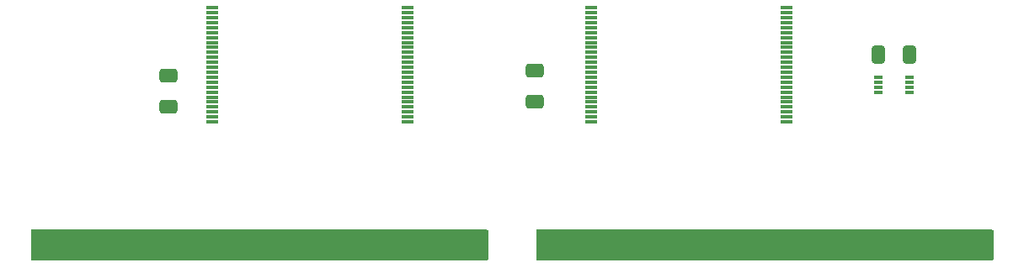
<source format=gts>
G04 #@! TF.GenerationSoftware,KiCad,Pcbnew,7.0.9*
G04 #@! TF.CreationDate,2024-01-22T22:48:29+01:00*
G04 #@! TF.ProjectId,simm72,73696d6d-3732-42e6-9b69-6361645f7063,A*
G04 #@! TF.SameCoordinates,Original*
G04 #@! TF.FileFunction,Soldermask,Top*
G04 #@! TF.FilePolarity,Negative*
%FSLAX46Y46*%
G04 Gerber Fmt 4.6, Leading zero omitted, Abs format (unit mm)*
G04 Created by KiCad (PCBNEW 7.0.9) date 2024-01-22 22:48:29*
%MOMM*%
%LPD*%
G01*
G04 APERTURE LIST*
G04 Aperture macros list*
%AMRoundRect*
0 Rectangle with rounded corners*
0 $1 Rounding radius*
0 $2 $3 $4 $5 $6 $7 $8 $9 X,Y pos of 4 corners*
0 Add a 4 corners polygon primitive as box body*
4,1,4,$2,$3,$4,$5,$6,$7,$8,$9,$2,$3,0*
0 Add four circle primitives for the rounded corners*
1,1,$1+$1,$2,$3*
1,1,$1+$1,$4,$5*
1,1,$1+$1,$6,$7*
1,1,$1+$1,$8,$9*
0 Add four rect primitives between the rounded corners*
20,1,$1+$1,$2,$3,$4,$5,0*
20,1,$1+$1,$4,$5,$6,$7,0*
20,1,$1+$1,$6,$7,$8,$9,0*
20,1,$1+$1,$8,$9,$2,$3,0*%
G04 Aperture macros list end*
%ADD10R,1.040000X2.540000*%
%ADD11R,1.300000X0.300000*%
%ADD12RoundRect,0.250000X-0.650000X0.412500X-0.650000X-0.412500X0.650000X-0.412500X0.650000X0.412500X0*%
%ADD13R,0.850000X0.300000*%
%ADD14RoundRect,0.250000X0.412500X0.650000X-0.412500X0.650000X-0.412500X-0.650000X0.412500X-0.650000X0*%
G04 APERTURE END LIST*
D10*
X57375000Y-113921000D03*
X58645000Y-113921000D03*
X59915000Y-113921000D03*
X61185000Y-113921000D03*
X62455000Y-113921000D03*
X63725000Y-113921000D03*
X64995000Y-113921000D03*
X66265000Y-113921000D03*
X67535000Y-113921000D03*
X68805000Y-113921000D03*
X70075000Y-113921000D03*
X71345000Y-113921000D03*
X72615000Y-113921000D03*
X73885000Y-113921000D03*
X75155000Y-113921000D03*
X76425000Y-113921000D03*
X77695000Y-113921000D03*
X78965000Y-113921000D03*
X80235000Y-113921000D03*
X81505000Y-113921000D03*
X82775000Y-113921000D03*
X84045000Y-113921000D03*
X85315000Y-113921000D03*
X86585000Y-113921000D03*
X87855000Y-113921000D03*
X89125000Y-113921000D03*
X90395000Y-113921000D03*
X91665000Y-113921000D03*
X92935000Y-113921000D03*
X94205000Y-113921000D03*
X95475000Y-113921000D03*
X96745000Y-113921000D03*
X98015000Y-113921000D03*
X99285000Y-113921000D03*
X100555000Y-113921000D03*
X101825000Y-113921000D03*
X108175000Y-113921000D03*
X109445000Y-113921000D03*
X110715000Y-113921000D03*
X111985000Y-113921000D03*
X113255000Y-113921000D03*
X114525000Y-113921000D03*
X115795000Y-113921000D03*
X117065000Y-113921000D03*
X118335000Y-113921000D03*
X119605000Y-113921000D03*
X120875000Y-113921000D03*
X122145000Y-113921000D03*
X123415000Y-113921000D03*
X124685000Y-113921000D03*
X125955000Y-113921000D03*
X127225000Y-113921000D03*
X128495000Y-113921000D03*
X129765000Y-113921000D03*
X131035000Y-113921000D03*
X132305000Y-113921000D03*
X133575000Y-113921000D03*
X134845000Y-113921000D03*
X136115000Y-113921000D03*
X137385000Y-113921000D03*
X138655000Y-113921000D03*
X139925000Y-113921000D03*
X141195000Y-113921000D03*
X142465000Y-113921000D03*
X143735000Y-113921000D03*
X145005000Y-113921000D03*
X146275000Y-113921000D03*
X147545000Y-113921000D03*
X148815000Y-113921000D03*
X150085000Y-113921000D03*
X151355000Y-113921000D03*
X152625000Y-113921000D03*
D11*
X132630000Y-101510000D03*
X132630000Y-101010000D03*
X132630000Y-100510000D03*
X132630000Y-100010000D03*
X132630000Y-99510000D03*
X132630000Y-99010000D03*
X132630000Y-98510000D03*
X132630000Y-98010000D03*
X132630000Y-97510000D03*
X132630000Y-97010000D03*
X132630000Y-96510000D03*
X132630000Y-96010000D03*
X132630000Y-95510000D03*
X132630000Y-95010000D03*
X132630000Y-94510000D03*
X132630000Y-94010000D03*
X132630000Y-93510000D03*
X132630000Y-93010000D03*
X132630000Y-92510000D03*
X132630000Y-92010000D03*
X132630000Y-91510000D03*
X132630000Y-91010000D03*
X132630000Y-90510000D03*
X132630000Y-90010000D03*
X112930000Y-90010000D03*
X112930000Y-90510000D03*
X112930000Y-91010000D03*
X112930000Y-91510000D03*
X112930000Y-92010000D03*
X112930000Y-92510000D03*
X112930000Y-93010000D03*
X112930000Y-93510000D03*
X112930000Y-94010000D03*
X112930000Y-94510000D03*
X112930000Y-95010000D03*
X112930000Y-95510000D03*
X112930000Y-96010000D03*
X112930000Y-96510000D03*
X112930000Y-97010000D03*
X112930000Y-97510000D03*
X112930000Y-98010000D03*
X112930000Y-98510000D03*
X112930000Y-99010000D03*
X112930000Y-99510000D03*
X112930000Y-100010000D03*
X112930000Y-100510000D03*
X112930000Y-101010000D03*
X112930000Y-101510000D03*
D12*
X107286000Y-96356500D03*
X107286000Y-99481500D03*
D13*
X141779000Y-97042000D03*
X141779000Y-97542000D03*
X141779000Y-98042000D03*
X141779000Y-98542000D03*
X144929000Y-98542000D03*
X144929000Y-98042000D03*
X144929000Y-97542000D03*
X144929000Y-97042000D03*
D12*
X70456000Y-96864500D03*
X70456000Y-99989500D03*
D14*
X144916500Y-94744000D03*
X141791500Y-94744000D03*
D11*
X94530000Y-101510000D03*
X94530000Y-101010000D03*
X94530000Y-100510000D03*
X94530000Y-100010000D03*
X94530000Y-99510000D03*
X94530000Y-99010000D03*
X94530000Y-98510000D03*
X94530000Y-98010000D03*
X94530000Y-97510000D03*
X94530000Y-97010000D03*
X94530000Y-96510000D03*
X94530000Y-96010000D03*
X94530000Y-95510000D03*
X94530000Y-95010000D03*
X94530000Y-94510000D03*
X94530000Y-94010000D03*
X94530000Y-93510000D03*
X94530000Y-93010000D03*
X94530000Y-92510000D03*
X94530000Y-92010000D03*
X94530000Y-91510000D03*
X94530000Y-91010000D03*
X94530000Y-90510000D03*
X94530000Y-90010000D03*
X74830000Y-90010000D03*
X74830000Y-90510000D03*
X74830000Y-91010000D03*
X74830000Y-91510000D03*
X74830000Y-92010000D03*
X74830000Y-92510000D03*
X74830000Y-93010000D03*
X74830000Y-93510000D03*
X74830000Y-94010000D03*
X74830000Y-94510000D03*
X74830000Y-95010000D03*
X74830000Y-95510000D03*
X74830000Y-96010000D03*
X74830000Y-96510000D03*
X74830000Y-97010000D03*
X74830000Y-97510000D03*
X74830000Y-98010000D03*
X74830000Y-98510000D03*
X74830000Y-99010000D03*
X74830000Y-99510000D03*
X74830000Y-100010000D03*
X74830000Y-100510000D03*
X74830000Y-101010000D03*
X74830000Y-101510000D03*
G36*
X102530039Y-112391285D02*
G01*
X102575794Y-112444089D01*
X102587000Y-112495600D01*
X102587000Y-115321000D01*
X102567315Y-115388039D01*
X102514511Y-115433794D01*
X102463000Y-115445000D01*
X56737000Y-115445000D01*
X56669961Y-115425315D01*
X56624206Y-115372511D01*
X56613000Y-115321000D01*
X56613000Y-112495600D01*
X56632685Y-112428561D01*
X56685489Y-112382806D01*
X56737000Y-112371600D01*
X102463000Y-112371600D01*
X102530039Y-112391285D01*
G37*
G36*
X153330039Y-112391285D02*
G01*
X153375794Y-112444089D01*
X153387000Y-112495600D01*
X153387000Y-115321000D01*
X153367315Y-115388039D01*
X153314511Y-115433794D01*
X153263000Y-115445000D01*
X107537000Y-115445000D01*
X107469961Y-115425315D01*
X107424206Y-115372511D01*
X107413000Y-115321000D01*
X107413000Y-112495600D01*
X107432685Y-112428561D01*
X107485489Y-112382806D01*
X107537000Y-112371600D01*
X153263000Y-112371600D01*
X153330039Y-112391285D01*
G37*
M02*

</source>
